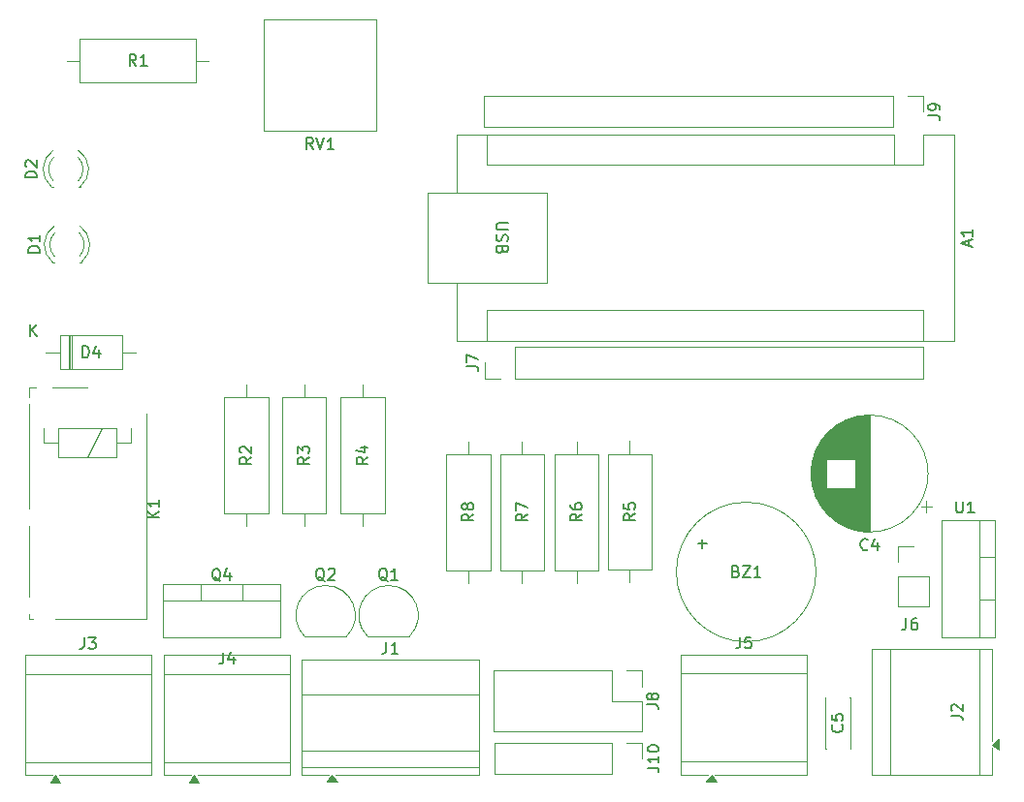
<source format=gbr>
%TF.GenerationSoftware,KiCad,Pcbnew,9.0.5*%
%TF.CreationDate,2025-11-29T23:19:38+05:30*%
%TF.ProjectId,from scrach,66726f6d-2073-4637-9261-63682e6b6963,rev?*%
%TF.SameCoordinates,Original*%
%TF.FileFunction,Legend,Top*%
%TF.FilePolarity,Positive*%
%FSLAX46Y46*%
G04 Gerber Fmt 4.6, Leading zero omitted, Abs format (unit mm)*
G04 Created by KiCad (PCBNEW 9.0.5) date 2025-11-29 23:19:38*
%MOMM*%
%LPD*%
G01*
G04 APERTURE LIST*
%ADD10C,0.150000*%
%ADD11C,0.120000*%
G04 APERTURE END LIST*
D10*
X125212507Y-91286181D02*
X125926792Y-91286181D01*
X125926792Y-91286181D02*
X126069649Y-91333800D01*
X126069649Y-91333800D02*
X126164888Y-91429038D01*
X126164888Y-91429038D02*
X126212507Y-91571895D01*
X126212507Y-91571895D02*
X126212507Y-91667133D01*
X126212507Y-90762371D02*
X126212507Y-90571895D01*
X126212507Y-90571895D02*
X126164888Y-90476657D01*
X126164888Y-90476657D02*
X126117268Y-90429038D01*
X126117268Y-90429038D02*
X125974411Y-90333800D01*
X125974411Y-90333800D02*
X125783935Y-90286181D01*
X125783935Y-90286181D02*
X125402983Y-90286181D01*
X125402983Y-90286181D02*
X125307745Y-90333800D01*
X125307745Y-90333800D02*
X125260126Y-90381419D01*
X125260126Y-90381419D02*
X125212507Y-90476657D01*
X125212507Y-90476657D02*
X125212507Y-90667133D01*
X125212507Y-90667133D02*
X125260126Y-90762371D01*
X125260126Y-90762371D02*
X125307745Y-90809990D01*
X125307745Y-90809990D02*
X125402983Y-90857609D01*
X125402983Y-90857609D02*
X125641078Y-90857609D01*
X125641078Y-90857609D02*
X125736316Y-90809990D01*
X125736316Y-90809990D02*
X125783935Y-90762371D01*
X125783935Y-90762371D02*
X125831554Y-90667133D01*
X125831554Y-90667133D02*
X125831554Y-90476657D01*
X125831554Y-90476657D02*
X125783935Y-90381419D01*
X125783935Y-90381419D02*
X125736316Y-90333800D01*
X125736316Y-90333800D02*
X125641078Y-90286181D01*
X47624819Y-103268094D02*
X46624819Y-103268094D01*
X46624819Y-103268094D02*
X46624819Y-103029999D01*
X46624819Y-103029999D02*
X46672438Y-102887142D01*
X46672438Y-102887142D02*
X46767676Y-102791904D01*
X46767676Y-102791904D02*
X46862914Y-102744285D01*
X46862914Y-102744285D02*
X47053390Y-102696666D01*
X47053390Y-102696666D02*
X47196247Y-102696666D01*
X47196247Y-102696666D02*
X47386723Y-102744285D01*
X47386723Y-102744285D02*
X47481961Y-102791904D01*
X47481961Y-102791904D02*
X47577200Y-102887142D01*
X47577200Y-102887142D02*
X47624819Y-103029999D01*
X47624819Y-103029999D02*
X47624819Y-103268094D01*
X47624819Y-101744285D02*
X47624819Y-102315713D01*
X47624819Y-102029999D02*
X46624819Y-102029999D01*
X46624819Y-102029999D02*
X46767676Y-102125237D01*
X46767676Y-102125237D02*
X46862914Y-102220475D01*
X46862914Y-102220475D02*
X46910533Y-102315713D01*
X123266666Y-135254819D02*
X123266666Y-135969104D01*
X123266666Y-135969104D02*
X123219047Y-136111961D01*
X123219047Y-136111961D02*
X123123809Y-136207200D01*
X123123809Y-136207200D02*
X122980952Y-136254819D01*
X122980952Y-136254819D02*
X122885714Y-136254819D01*
X124171428Y-135254819D02*
X123980952Y-135254819D01*
X123980952Y-135254819D02*
X123885714Y-135302438D01*
X123885714Y-135302438D02*
X123838095Y-135350057D01*
X123838095Y-135350057D02*
X123742857Y-135492914D01*
X123742857Y-135492914D02*
X123695238Y-135683390D01*
X123695238Y-135683390D02*
X123695238Y-136064342D01*
X123695238Y-136064342D02*
X123742857Y-136159580D01*
X123742857Y-136159580D02*
X123790476Y-136207200D01*
X123790476Y-136207200D02*
X123885714Y-136254819D01*
X123885714Y-136254819D02*
X124076190Y-136254819D01*
X124076190Y-136254819D02*
X124171428Y-136207200D01*
X124171428Y-136207200D02*
X124219047Y-136159580D01*
X124219047Y-136159580D02*
X124266666Y-136064342D01*
X124266666Y-136064342D02*
X124266666Y-135826247D01*
X124266666Y-135826247D02*
X124219047Y-135731009D01*
X124219047Y-135731009D02*
X124171428Y-135683390D01*
X124171428Y-135683390D02*
X124076190Y-135635771D01*
X124076190Y-135635771D02*
X123885714Y-135635771D01*
X123885714Y-135635771D02*
X123790476Y-135683390D01*
X123790476Y-135683390D02*
X123742857Y-135731009D01*
X123742857Y-135731009D02*
X123695238Y-135826247D01*
X56033333Y-86954819D02*
X55700000Y-86478628D01*
X55461905Y-86954819D02*
X55461905Y-85954819D01*
X55461905Y-85954819D02*
X55842857Y-85954819D01*
X55842857Y-85954819D02*
X55938095Y-86002438D01*
X55938095Y-86002438D02*
X55985714Y-86050057D01*
X55985714Y-86050057D02*
X56033333Y-86145295D01*
X56033333Y-86145295D02*
X56033333Y-86288152D01*
X56033333Y-86288152D02*
X55985714Y-86383390D01*
X55985714Y-86383390D02*
X55938095Y-86431009D01*
X55938095Y-86431009D02*
X55842857Y-86478628D01*
X55842857Y-86478628D02*
X55461905Y-86478628D01*
X56985714Y-86954819D02*
X56414286Y-86954819D01*
X56700000Y-86954819D02*
X56700000Y-85954819D01*
X56700000Y-85954819D02*
X56604762Y-86097676D01*
X56604762Y-86097676D02*
X56509524Y-86192914D01*
X56509524Y-86192914D02*
X56414286Y-86240533D01*
X51506666Y-136934819D02*
X51506666Y-137649104D01*
X51506666Y-137649104D02*
X51459047Y-137791961D01*
X51459047Y-137791961D02*
X51363809Y-137887200D01*
X51363809Y-137887200D02*
X51220952Y-137934819D01*
X51220952Y-137934819D02*
X51125714Y-137934819D01*
X51887619Y-136934819D02*
X52506666Y-136934819D01*
X52506666Y-136934819D02*
X52173333Y-137315771D01*
X52173333Y-137315771D02*
X52316190Y-137315771D01*
X52316190Y-137315771D02*
X52411428Y-137363390D01*
X52411428Y-137363390D02*
X52459047Y-137411009D01*
X52459047Y-137411009D02*
X52506666Y-137506247D01*
X52506666Y-137506247D02*
X52506666Y-137744342D01*
X52506666Y-137744342D02*
X52459047Y-137839580D01*
X52459047Y-137839580D02*
X52411428Y-137887200D01*
X52411428Y-137887200D02*
X52316190Y-137934819D01*
X52316190Y-137934819D02*
X52030476Y-137934819D01*
X52030476Y-137934819D02*
X51935238Y-137887200D01*
X51935238Y-137887200D02*
X51887619Y-137839580D01*
X85491250Y-126135300D02*
X85015059Y-126468633D01*
X85491250Y-126706728D02*
X84491250Y-126706728D01*
X84491250Y-126706728D02*
X84491250Y-126325776D01*
X84491250Y-126325776D02*
X84538869Y-126230538D01*
X84538869Y-126230538D02*
X84586488Y-126182919D01*
X84586488Y-126182919D02*
X84681726Y-126135300D01*
X84681726Y-126135300D02*
X84824583Y-126135300D01*
X84824583Y-126135300D02*
X84919821Y-126182919D01*
X84919821Y-126182919D02*
X84967440Y-126230538D01*
X84967440Y-126230538D02*
X85015059Y-126325776D01*
X85015059Y-126325776D02*
X85015059Y-126706728D01*
X84919821Y-125563871D02*
X84872202Y-125659109D01*
X84872202Y-125659109D02*
X84824583Y-125706728D01*
X84824583Y-125706728D02*
X84729345Y-125754347D01*
X84729345Y-125754347D02*
X84681726Y-125754347D01*
X84681726Y-125754347D02*
X84586488Y-125706728D01*
X84586488Y-125706728D02*
X84538869Y-125659109D01*
X84538869Y-125659109D02*
X84491250Y-125563871D01*
X84491250Y-125563871D02*
X84491250Y-125373395D01*
X84491250Y-125373395D02*
X84538869Y-125278157D01*
X84538869Y-125278157D02*
X84586488Y-125230538D01*
X84586488Y-125230538D02*
X84681726Y-125182919D01*
X84681726Y-125182919D02*
X84729345Y-125182919D01*
X84729345Y-125182919D02*
X84824583Y-125230538D01*
X84824583Y-125230538D02*
X84872202Y-125278157D01*
X84872202Y-125278157D02*
X84919821Y-125373395D01*
X84919821Y-125373395D02*
X84919821Y-125563871D01*
X84919821Y-125563871D02*
X84967440Y-125659109D01*
X84967440Y-125659109D02*
X85015059Y-125706728D01*
X85015059Y-125706728D02*
X85110297Y-125754347D01*
X85110297Y-125754347D02*
X85300773Y-125754347D01*
X85300773Y-125754347D02*
X85396011Y-125706728D01*
X85396011Y-125706728D02*
X85443631Y-125659109D01*
X85443631Y-125659109D02*
X85491250Y-125563871D01*
X85491250Y-125563871D02*
X85491250Y-125373395D01*
X85491250Y-125373395D02*
X85443631Y-125278157D01*
X85443631Y-125278157D02*
X85396011Y-125230538D01*
X85396011Y-125230538D02*
X85300773Y-125182919D01*
X85300773Y-125182919D02*
X85110297Y-125182919D01*
X85110297Y-125182919D02*
X85015059Y-125230538D01*
X85015059Y-125230538D02*
X84967440Y-125278157D01*
X84967440Y-125278157D02*
X84919821Y-125373395D01*
X66099030Y-121152026D02*
X65622839Y-121485359D01*
X66099030Y-121723454D02*
X65099030Y-121723454D01*
X65099030Y-121723454D02*
X65099030Y-121342502D01*
X65099030Y-121342502D02*
X65146649Y-121247264D01*
X65146649Y-121247264D02*
X65194268Y-121199645D01*
X65194268Y-121199645D02*
X65289506Y-121152026D01*
X65289506Y-121152026D02*
X65432363Y-121152026D01*
X65432363Y-121152026D02*
X65527601Y-121199645D01*
X65527601Y-121199645D02*
X65575220Y-121247264D01*
X65575220Y-121247264D02*
X65622839Y-121342502D01*
X65622839Y-121342502D02*
X65622839Y-121723454D01*
X65194268Y-120771073D02*
X65146649Y-120723454D01*
X65146649Y-120723454D02*
X65099030Y-120628216D01*
X65099030Y-120628216D02*
X65099030Y-120390121D01*
X65099030Y-120390121D02*
X65146649Y-120294883D01*
X65146649Y-120294883D02*
X65194268Y-120247264D01*
X65194268Y-120247264D02*
X65289506Y-120199645D01*
X65289506Y-120199645D02*
X65384744Y-120199645D01*
X65384744Y-120199645D02*
X65527601Y-120247264D01*
X65527601Y-120247264D02*
X66099030Y-120818692D01*
X66099030Y-120818692D02*
X66099030Y-120199645D01*
X94941250Y-126135300D02*
X94465059Y-126468633D01*
X94941250Y-126706728D02*
X93941250Y-126706728D01*
X93941250Y-126706728D02*
X93941250Y-126325776D01*
X93941250Y-126325776D02*
X93988869Y-126230538D01*
X93988869Y-126230538D02*
X94036488Y-126182919D01*
X94036488Y-126182919D02*
X94131726Y-126135300D01*
X94131726Y-126135300D02*
X94274583Y-126135300D01*
X94274583Y-126135300D02*
X94369821Y-126182919D01*
X94369821Y-126182919D02*
X94417440Y-126230538D01*
X94417440Y-126230538D02*
X94465059Y-126325776D01*
X94465059Y-126325776D02*
X94465059Y-126706728D01*
X93941250Y-125278157D02*
X93941250Y-125468633D01*
X93941250Y-125468633D02*
X93988869Y-125563871D01*
X93988869Y-125563871D02*
X94036488Y-125611490D01*
X94036488Y-125611490D02*
X94179345Y-125706728D01*
X94179345Y-125706728D02*
X94369821Y-125754347D01*
X94369821Y-125754347D02*
X94750773Y-125754347D01*
X94750773Y-125754347D02*
X94846011Y-125706728D01*
X94846011Y-125706728D02*
X94893631Y-125659109D01*
X94893631Y-125659109D02*
X94941250Y-125563871D01*
X94941250Y-125563871D02*
X94941250Y-125373395D01*
X94941250Y-125373395D02*
X94893631Y-125278157D01*
X94893631Y-125278157D02*
X94846011Y-125230538D01*
X94846011Y-125230538D02*
X94750773Y-125182919D01*
X94750773Y-125182919D02*
X94512678Y-125182919D01*
X94512678Y-125182919D02*
X94417440Y-125230538D01*
X94417440Y-125230538D02*
X94369821Y-125278157D01*
X94369821Y-125278157D02*
X94322202Y-125373395D01*
X94322202Y-125373395D02*
X94322202Y-125563871D01*
X94322202Y-125563871D02*
X94369821Y-125659109D01*
X94369821Y-125659109D02*
X94417440Y-125706728D01*
X94417440Y-125706728D02*
X94512678Y-125754347D01*
X76276003Y-121156511D02*
X75799812Y-121489844D01*
X76276003Y-121727939D02*
X75276003Y-121727939D01*
X75276003Y-121727939D02*
X75276003Y-121346987D01*
X75276003Y-121346987D02*
X75323622Y-121251749D01*
X75323622Y-121251749D02*
X75371241Y-121204130D01*
X75371241Y-121204130D02*
X75466479Y-121156511D01*
X75466479Y-121156511D02*
X75609336Y-121156511D01*
X75609336Y-121156511D02*
X75704574Y-121204130D01*
X75704574Y-121204130D02*
X75752193Y-121251749D01*
X75752193Y-121251749D02*
X75799812Y-121346987D01*
X75799812Y-121346987D02*
X75799812Y-121727939D01*
X75609336Y-120299368D02*
X76276003Y-120299368D01*
X75228384Y-120537463D02*
X75942669Y-120775558D01*
X75942669Y-120775558D02*
X75942669Y-120156511D01*
X108419047Y-131131009D02*
X108561904Y-131178628D01*
X108561904Y-131178628D02*
X108609523Y-131226247D01*
X108609523Y-131226247D02*
X108657142Y-131321485D01*
X108657142Y-131321485D02*
X108657142Y-131464342D01*
X108657142Y-131464342D02*
X108609523Y-131559580D01*
X108609523Y-131559580D02*
X108561904Y-131607200D01*
X108561904Y-131607200D02*
X108466666Y-131654819D01*
X108466666Y-131654819D02*
X108085714Y-131654819D01*
X108085714Y-131654819D02*
X108085714Y-130654819D01*
X108085714Y-130654819D02*
X108419047Y-130654819D01*
X108419047Y-130654819D02*
X108514285Y-130702438D01*
X108514285Y-130702438D02*
X108561904Y-130750057D01*
X108561904Y-130750057D02*
X108609523Y-130845295D01*
X108609523Y-130845295D02*
X108609523Y-130940533D01*
X108609523Y-130940533D02*
X108561904Y-131035771D01*
X108561904Y-131035771D02*
X108514285Y-131083390D01*
X108514285Y-131083390D02*
X108419047Y-131131009D01*
X108419047Y-131131009D02*
X108085714Y-131131009D01*
X108990476Y-130654819D02*
X109657142Y-130654819D01*
X109657142Y-130654819D02*
X108990476Y-131654819D01*
X108990476Y-131654819D02*
X109657142Y-131654819D01*
X110561904Y-131654819D02*
X109990476Y-131654819D01*
X110276190Y-131654819D02*
X110276190Y-130654819D01*
X110276190Y-130654819D02*
X110180952Y-130797676D01*
X110180952Y-130797676D02*
X110085714Y-130892914D01*
X110085714Y-130892914D02*
X109990476Y-130940533D01*
X105109048Y-128733866D02*
X105870953Y-128733866D01*
X105490000Y-129114819D02*
X105490000Y-128352914D01*
X100674819Y-148309523D02*
X101389104Y-148309523D01*
X101389104Y-148309523D02*
X101531961Y-148357142D01*
X101531961Y-148357142D02*
X101627200Y-148452380D01*
X101627200Y-148452380D02*
X101674819Y-148595237D01*
X101674819Y-148595237D02*
X101674819Y-148690475D01*
X101674819Y-147309523D02*
X101674819Y-147880951D01*
X101674819Y-147595237D02*
X100674819Y-147595237D01*
X100674819Y-147595237D02*
X100817676Y-147690475D01*
X100817676Y-147690475D02*
X100912914Y-147785713D01*
X100912914Y-147785713D02*
X100960533Y-147880951D01*
X100674819Y-146690475D02*
X100674819Y-146595237D01*
X100674819Y-146595237D02*
X100722438Y-146499999D01*
X100722438Y-146499999D02*
X100770057Y-146452380D01*
X100770057Y-146452380D02*
X100865295Y-146404761D01*
X100865295Y-146404761D02*
X101055771Y-146357142D01*
X101055771Y-146357142D02*
X101293866Y-146357142D01*
X101293866Y-146357142D02*
X101484342Y-146404761D01*
X101484342Y-146404761D02*
X101579580Y-146452380D01*
X101579580Y-146452380D02*
X101627200Y-146499999D01*
X101627200Y-146499999D02*
X101674819Y-146595237D01*
X101674819Y-146595237D02*
X101674819Y-146690475D01*
X101674819Y-146690475D02*
X101627200Y-146785713D01*
X101627200Y-146785713D02*
X101579580Y-146833332D01*
X101579580Y-146833332D02*
X101484342Y-146880951D01*
X101484342Y-146880951D02*
X101293866Y-146928570D01*
X101293866Y-146928570D02*
X101055771Y-146928570D01*
X101055771Y-146928570D02*
X100865295Y-146880951D01*
X100865295Y-146880951D02*
X100770057Y-146833332D01*
X100770057Y-146833332D02*
X100722438Y-146785713D01*
X100722438Y-146785713D02*
X100674819Y-146690475D01*
X58049819Y-126453094D02*
X57049819Y-126453094D01*
X58049819Y-125881666D02*
X57478390Y-126310237D01*
X57049819Y-125881666D02*
X57621247Y-126453094D01*
X58049819Y-124929285D02*
X58049819Y-125500713D01*
X58049819Y-125214999D02*
X57049819Y-125214999D01*
X57049819Y-125214999D02*
X57192676Y-125310237D01*
X57192676Y-125310237D02*
X57287914Y-125405475D01*
X57287914Y-125405475D02*
X57335533Y-125500713D01*
X127194819Y-143773333D02*
X127909104Y-143773333D01*
X127909104Y-143773333D02*
X128051961Y-143820952D01*
X128051961Y-143820952D02*
X128147200Y-143916190D01*
X128147200Y-143916190D02*
X128194819Y-144059047D01*
X128194819Y-144059047D02*
X128194819Y-144154285D01*
X127290057Y-143344761D02*
X127242438Y-143297142D01*
X127242438Y-143297142D02*
X127194819Y-143201904D01*
X127194819Y-143201904D02*
X127194819Y-142963809D01*
X127194819Y-142963809D02*
X127242438Y-142868571D01*
X127242438Y-142868571D02*
X127290057Y-142820952D01*
X127290057Y-142820952D02*
X127385295Y-142773333D01*
X127385295Y-142773333D02*
X127480533Y-142773333D01*
X127480533Y-142773333D02*
X127623390Y-142820952D01*
X127623390Y-142820952D02*
X128194819Y-143392380D01*
X128194819Y-143392380D02*
X128194819Y-142773333D01*
X71154819Y-121166666D02*
X70678628Y-121499999D01*
X71154819Y-121738094D02*
X70154819Y-121738094D01*
X70154819Y-121738094D02*
X70154819Y-121357142D01*
X70154819Y-121357142D02*
X70202438Y-121261904D01*
X70202438Y-121261904D02*
X70250057Y-121214285D01*
X70250057Y-121214285D02*
X70345295Y-121166666D01*
X70345295Y-121166666D02*
X70488152Y-121166666D01*
X70488152Y-121166666D02*
X70583390Y-121214285D01*
X70583390Y-121214285D02*
X70631009Y-121261904D01*
X70631009Y-121261904D02*
X70678628Y-121357142D01*
X70678628Y-121357142D02*
X70678628Y-121738094D01*
X70154819Y-120833332D02*
X70154819Y-120214285D01*
X70154819Y-120214285D02*
X70535771Y-120547618D01*
X70535771Y-120547618D02*
X70535771Y-120404761D01*
X70535771Y-120404761D02*
X70583390Y-120309523D01*
X70583390Y-120309523D02*
X70631009Y-120261904D01*
X70631009Y-120261904D02*
X70726247Y-120214285D01*
X70726247Y-120214285D02*
X70964342Y-120214285D01*
X70964342Y-120214285D02*
X71059580Y-120261904D01*
X71059580Y-120261904D02*
X71107200Y-120309523D01*
X71107200Y-120309523D02*
X71154819Y-120404761D01*
X71154819Y-120404761D02*
X71154819Y-120690475D01*
X71154819Y-120690475D02*
X71107200Y-120785713D01*
X71107200Y-120785713D02*
X71059580Y-120833332D01*
X128749104Y-102694285D02*
X128749104Y-102218095D01*
X129034819Y-102789523D02*
X128034819Y-102456190D01*
X128034819Y-102456190D02*
X129034819Y-102122857D01*
X129034819Y-101265714D02*
X129034819Y-101837142D01*
X129034819Y-101551428D02*
X128034819Y-101551428D01*
X128034819Y-101551428D02*
X128177676Y-101646666D01*
X128177676Y-101646666D02*
X128272914Y-101741904D01*
X128272914Y-101741904D02*
X128320533Y-101837142D01*
X88485180Y-100718095D02*
X87675657Y-100718095D01*
X87675657Y-100718095D02*
X87580419Y-100765714D01*
X87580419Y-100765714D02*
X87532800Y-100813333D01*
X87532800Y-100813333D02*
X87485180Y-100908571D01*
X87485180Y-100908571D02*
X87485180Y-101099047D01*
X87485180Y-101099047D02*
X87532800Y-101194285D01*
X87532800Y-101194285D02*
X87580419Y-101241904D01*
X87580419Y-101241904D02*
X87675657Y-101289523D01*
X87675657Y-101289523D02*
X88485180Y-101289523D01*
X87532800Y-101718095D02*
X87485180Y-101860952D01*
X87485180Y-101860952D02*
X87485180Y-102099047D01*
X87485180Y-102099047D02*
X87532800Y-102194285D01*
X87532800Y-102194285D02*
X87580419Y-102241904D01*
X87580419Y-102241904D02*
X87675657Y-102289523D01*
X87675657Y-102289523D02*
X87770895Y-102289523D01*
X87770895Y-102289523D02*
X87866133Y-102241904D01*
X87866133Y-102241904D02*
X87913752Y-102194285D01*
X87913752Y-102194285D02*
X87961371Y-102099047D01*
X87961371Y-102099047D02*
X88008990Y-101908571D01*
X88008990Y-101908571D02*
X88056609Y-101813333D01*
X88056609Y-101813333D02*
X88104228Y-101765714D01*
X88104228Y-101765714D02*
X88199466Y-101718095D01*
X88199466Y-101718095D02*
X88294704Y-101718095D01*
X88294704Y-101718095D02*
X88389942Y-101765714D01*
X88389942Y-101765714D02*
X88437561Y-101813333D01*
X88437561Y-101813333D02*
X88485180Y-101908571D01*
X88485180Y-101908571D02*
X88485180Y-102146666D01*
X88485180Y-102146666D02*
X88437561Y-102289523D01*
X88008990Y-103051428D02*
X87961371Y-103194285D01*
X87961371Y-103194285D02*
X87913752Y-103241904D01*
X87913752Y-103241904D02*
X87818514Y-103289523D01*
X87818514Y-103289523D02*
X87675657Y-103289523D01*
X87675657Y-103289523D02*
X87580419Y-103241904D01*
X87580419Y-103241904D02*
X87532800Y-103194285D01*
X87532800Y-103194285D02*
X87485180Y-103099047D01*
X87485180Y-103099047D02*
X87485180Y-102718095D01*
X87485180Y-102718095D02*
X88485180Y-102718095D01*
X88485180Y-102718095D02*
X88485180Y-103051428D01*
X88485180Y-103051428D02*
X88437561Y-103146666D01*
X88437561Y-103146666D02*
X88389942Y-103194285D01*
X88389942Y-103194285D02*
X88294704Y-103241904D01*
X88294704Y-103241904D02*
X88199466Y-103241904D01*
X88199466Y-103241904D02*
X88104228Y-103194285D01*
X88104228Y-103194285D02*
X88056609Y-103146666D01*
X88056609Y-103146666D02*
X88008990Y-103051428D01*
X88008990Y-103051428D02*
X88008990Y-102718095D01*
X108766666Y-136877319D02*
X108766666Y-137591604D01*
X108766666Y-137591604D02*
X108719047Y-137734461D01*
X108719047Y-137734461D02*
X108623809Y-137829700D01*
X108623809Y-137829700D02*
X108480952Y-137877319D01*
X108480952Y-137877319D02*
X108385714Y-137877319D01*
X109719047Y-136877319D02*
X109242857Y-136877319D01*
X109242857Y-136877319D02*
X109195238Y-137353509D01*
X109195238Y-137353509D02*
X109242857Y-137305890D01*
X109242857Y-137305890D02*
X109338095Y-137258271D01*
X109338095Y-137258271D02*
X109576190Y-137258271D01*
X109576190Y-137258271D02*
X109671428Y-137305890D01*
X109671428Y-137305890D02*
X109719047Y-137353509D01*
X109719047Y-137353509D02*
X109766666Y-137448747D01*
X109766666Y-137448747D02*
X109766666Y-137686842D01*
X109766666Y-137686842D02*
X109719047Y-137782080D01*
X109719047Y-137782080D02*
X109671428Y-137829700D01*
X109671428Y-137829700D02*
X109576190Y-137877319D01*
X109576190Y-137877319D02*
X109338095Y-137877319D01*
X109338095Y-137877319D02*
X109242857Y-137829700D01*
X109242857Y-137829700D02*
X109195238Y-137782080D01*
X99591250Y-126115300D02*
X99115059Y-126448633D01*
X99591250Y-126686728D02*
X98591250Y-126686728D01*
X98591250Y-126686728D02*
X98591250Y-126305776D01*
X98591250Y-126305776D02*
X98638869Y-126210538D01*
X98638869Y-126210538D02*
X98686488Y-126162919D01*
X98686488Y-126162919D02*
X98781726Y-126115300D01*
X98781726Y-126115300D02*
X98924583Y-126115300D01*
X98924583Y-126115300D02*
X99019821Y-126162919D01*
X99019821Y-126162919D02*
X99067440Y-126210538D01*
X99067440Y-126210538D02*
X99115059Y-126305776D01*
X99115059Y-126305776D02*
X99115059Y-126686728D01*
X98591250Y-125210538D02*
X98591250Y-125686728D01*
X98591250Y-125686728D02*
X99067440Y-125734347D01*
X99067440Y-125734347D02*
X99019821Y-125686728D01*
X99019821Y-125686728D02*
X98972202Y-125591490D01*
X98972202Y-125591490D02*
X98972202Y-125353395D01*
X98972202Y-125353395D02*
X99019821Y-125258157D01*
X99019821Y-125258157D02*
X99067440Y-125210538D01*
X99067440Y-125210538D02*
X99162678Y-125162919D01*
X99162678Y-125162919D02*
X99400773Y-125162919D01*
X99400773Y-125162919D02*
X99496011Y-125210538D01*
X99496011Y-125210538D02*
X99543631Y-125258157D01*
X99543631Y-125258157D02*
X99591250Y-125353395D01*
X99591250Y-125353395D02*
X99591250Y-125591490D01*
X99591250Y-125591490D02*
X99543631Y-125686728D01*
X99543631Y-125686728D02*
X99496011Y-125734347D01*
X84909345Y-113231484D02*
X85623630Y-113231484D01*
X85623630Y-113231484D02*
X85766487Y-113279103D01*
X85766487Y-113279103D02*
X85861726Y-113374341D01*
X85861726Y-113374341D02*
X85909345Y-113517198D01*
X85909345Y-113517198D02*
X85909345Y-113612436D01*
X84909345Y-112850531D02*
X84909345Y-112183865D01*
X84909345Y-112183865D02*
X85909345Y-112612436D01*
X90191250Y-126135300D02*
X89715059Y-126468633D01*
X90191250Y-126706728D02*
X89191250Y-126706728D01*
X89191250Y-126706728D02*
X89191250Y-126325776D01*
X89191250Y-126325776D02*
X89238869Y-126230538D01*
X89238869Y-126230538D02*
X89286488Y-126182919D01*
X89286488Y-126182919D02*
X89381726Y-126135300D01*
X89381726Y-126135300D02*
X89524583Y-126135300D01*
X89524583Y-126135300D02*
X89619821Y-126182919D01*
X89619821Y-126182919D02*
X89667440Y-126230538D01*
X89667440Y-126230538D02*
X89715059Y-126325776D01*
X89715059Y-126325776D02*
X89715059Y-126706728D01*
X89191250Y-125801966D02*
X89191250Y-125135300D01*
X89191250Y-125135300D02*
X90191250Y-125563871D01*
X77886666Y-137334819D02*
X77886666Y-138049104D01*
X77886666Y-138049104D02*
X77839047Y-138191961D01*
X77839047Y-138191961D02*
X77743809Y-138287200D01*
X77743809Y-138287200D02*
X77600952Y-138334819D01*
X77600952Y-138334819D02*
X77505714Y-138334819D01*
X78886666Y-138334819D02*
X78315238Y-138334819D01*
X78600952Y-138334819D02*
X78600952Y-137334819D01*
X78600952Y-137334819D02*
X78505714Y-137477676D01*
X78505714Y-137477676D02*
X78410476Y-137572914D01*
X78410476Y-137572914D02*
X78315238Y-137620533D01*
X47354819Y-96738094D02*
X46354819Y-96738094D01*
X46354819Y-96738094D02*
X46354819Y-96499999D01*
X46354819Y-96499999D02*
X46402438Y-96357142D01*
X46402438Y-96357142D02*
X46497676Y-96261904D01*
X46497676Y-96261904D02*
X46592914Y-96214285D01*
X46592914Y-96214285D02*
X46783390Y-96166666D01*
X46783390Y-96166666D02*
X46926247Y-96166666D01*
X46926247Y-96166666D02*
X47116723Y-96214285D01*
X47116723Y-96214285D02*
X47211961Y-96261904D01*
X47211961Y-96261904D02*
X47307200Y-96357142D01*
X47307200Y-96357142D02*
X47354819Y-96499999D01*
X47354819Y-96499999D02*
X47354819Y-96738094D01*
X46450057Y-95785713D02*
X46402438Y-95738094D01*
X46402438Y-95738094D02*
X46354819Y-95642856D01*
X46354819Y-95642856D02*
X46354819Y-95404761D01*
X46354819Y-95404761D02*
X46402438Y-95309523D01*
X46402438Y-95309523D02*
X46450057Y-95261904D01*
X46450057Y-95261904D02*
X46545295Y-95214285D01*
X46545295Y-95214285D02*
X46640533Y-95214285D01*
X46640533Y-95214285D02*
X46783390Y-95261904D01*
X46783390Y-95261904D02*
X47354819Y-95833332D01*
X47354819Y-95833332D02*
X47354819Y-95214285D01*
X51361905Y-112454819D02*
X51361905Y-111454819D01*
X51361905Y-111454819D02*
X51600000Y-111454819D01*
X51600000Y-111454819D02*
X51742857Y-111502438D01*
X51742857Y-111502438D02*
X51838095Y-111597676D01*
X51838095Y-111597676D02*
X51885714Y-111692914D01*
X51885714Y-111692914D02*
X51933333Y-111883390D01*
X51933333Y-111883390D02*
X51933333Y-112026247D01*
X51933333Y-112026247D02*
X51885714Y-112216723D01*
X51885714Y-112216723D02*
X51838095Y-112311961D01*
X51838095Y-112311961D02*
X51742857Y-112407200D01*
X51742857Y-112407200D02*
X51600000Y-112454819D01*
X51600000Y-112454819D02*
X51361905Y-112454819D01*
X52790476Y-111788152D02*
X52790476Y-112454819D01*
X52552381Y-111407200D02*
X52314286Y-112121485D01*
X52314286Y-112121485D02*
X52933333Y-112121485D01*
X46758095Y-110554819D02*
X46758095Y-109554819D01*
X47329523Y-110554819D02*
X46900952Y-109983390D01*
X47329523Y-109554819D02*
X46758095Y-110126247D01*
X100643279Y-142801217D02*
X101357564Y-142801217D01*
X101357564Y-142801217D02*
X101500421Y-142848836D01*
X101500421Y-142848836D02*
X101595660Y-142944074D01*
X101595660Y-142944074D02*
X101643279Y-143086931D01*
X101643279Y-143086931D02*
X101643279Y-143182169D01*
X101071850Y-142182169D02*
X101024231Y-142277407D01*
X101024231Y-142277407D02*
X100976612Y-142325026D01*
X100976612Y-142325026D02*
X100881374Y-142372645D01*
X100881374Y-142372645D02*
X100833755Y-142372645D01*
X100833755Y-142372645D02*
X100738517Y-142325026D01*
X100738517Y-142325026D02*
X100690898Y-142277407D01*
X100690898Y-142277407D02*
X100643279Y-142182169D01*
X100643279Y-142182169D02*
X100643279Y-141991693D01*
X100643279Y-141991693D02*
X100690898Y-141896455D01*
X100690898Y-141896455D02*
X100738517Y-141848836D01*
X100738517Y-141848836D02*
X100833755Y-141801217D01*
X100833755Y-141801217D02*
X100881374Y-141801217D01*
X100881374Y-141801217D02*
X100976612Y-141848836D01*
X100976612Y-141848836D02*
X101024231Y-141896455D01*
X101024231Y-141896455D02*
X101071850Y-141991693D01*
X101071850Y-141991693D02*
X101071850Y-142182169D01*
X101071850Y-142182169D02*
X101119469Y-142277407D01*
X101119469Y-142277407D02*
X101167088Y-142325026D01*
X101167088Y-142325026D02*
X101262326Y-142372645D01*
X101262326Y-142372645D02*
X101452802Y-142372645D01*
X101452802Y-142372645D02*
X101548040Y-142325026D01*
X101548040Y-142325026D02*
X101595660Y-142277407D01*
X101595660Y-142277407D02*
X101643279Y-142182169D01*
X101643279Y-142182169D02*
X101643279Y-141991693D01*
X101643279Y-141991693D02*
X101595660Y-141896455D01*
X101595660Y-141896455D02*
X101548040Y-141848836D01*
X101548040Y-141848836D02*
X101452802Y-141801217D01*
X101452802Y-141801217D02*
X101262326Y-141801217D01*
X101262326Y-141801217D02*
X101167088Y-141848836D01*
X101167088Y-141848836D02*
X101119469Y-141896455D01*
X101119469Y-141896455D02*
X101071850Y-141991693D01*
X72478972Y-131975417D02*
X72383734Y-131927798D01*
X72383734Y-131927798D02*
X72288496Y-131832560D01*
X72288496Y-131832560D02*
X72145639Y-131689702D01*
X72145639Y-131689702D02*
X72050401Y-131642083D01*
X72050401Y-131642083D02*
X71955163Y-131642083D01*
X72002782Y-131880179D02*
X71907544Y-131832560D01*
X71907544Y-131832560D02*
X71812306Y-131737321D01*
X71812306Y-131737321D02*
X71764687Y-131546845D01*
X71764687Y-131546845D02*
X71764687Y-131213512D01*
X71764687Y-131213512D02*
X71812306Y-131023036D01*
X71812306Y-131023036D02*
X71907544Y-130927798D01*
X71907544Y-130927798D02*
X72002782Y-130880179D01*
X72002782Y-130880179D02*
X72193258Y-130880179D01*
X72193258Y-130880179D02*
X72288496Y-130927798D01*
X72288496Y-130927798D02*
X72383734Y-131023036D01*
X72383734Y-131023036D02*
X72431353Y-131213512D01*
X72431353Y-131213512D02*
X72431353Y-131546845D01*
X72431353Y-131546845D02*
X72383734Y-131737321D01*
X72383734Y-131737321D02*
X72288496Y-131832560D01*
X72288496Y-131832560D02*
X72193258Y-131880179D01*
X72193258Y-131880179D02*
X72002782Y-131880179D01*
X72812306Y-130975417D02*
X72859925Y-130927798D01*
X72859925Y-130927798D02*
X72955163Y-130880179D01*
X72955163Y-130880179D02*
X73193258Y-130880179D01*
X73193258Y-130880179D02*
X73288496Y-130927798D01*
X73288496Y-130927798D02*
X73336115Y-130975417D01*
X73336115Y-130975417D02*
X73383734Y-131070655D01*
X73383734Y-131070655D02*
X73383734Y-131165893D01*
X73383734Y-131165893D02*
X73336115Y-131308750D01*
X73336115Y-131308750D02*
X72764687Y-131880179D01*
X72764687Y-131880179D02*
X73383734Y-131880179D01*
X127645595Y-125034819D02*
X127645595Y-125844342D01*
X127645595Y-125844342D02*
X127693214Y-125939580D01*
X127693214Y-125939580D02*
X127740833Y-125987200D01*
X127740833Y-125987200D02*
X127836071Y-126034819D01*
X127836071Y-126034819D02*
X128026547Y-126034819D01*
X128026547Y-126034819D02*
X128121785Y-125987200D01*
X128121785Y-125987200D02*
X128169404Y-125939580D01*
X128169404Y-125939580D02*
X128217023Y-125844342D01*
X128217023Y-125844342D02*
X128217023Y-125034819D01*
X129217023Y-126034819D02*
X128645595Y-126034819D01*
X128931309Y-126034819D02*
X128931309Y-125034819D01*
X128931309Y-125034819D02*
X128836071Y-125177676D01*
X128836071Y-125177676D02*
X128740833Y-125272914D01*
X128740833Y-125272914D02*
X128645595Y-125320533D01*
X63650877Y-138240179D02*
X63650877Y-138954464D01*
X63650877Y-138954464D02*
X63603258Y-139097321D01*
X63603258Y-139097321D02*
X63508020Y-139192560D01*
X63508020Y-139192560D02*
X63365163Y-139240179D01*
X63365163Y-139240179D02*
X63269925Y-139240179D01*
X64555639Y-138573512D02*
X64555639Y-139240179D01*
X64317544Y-138192560D02*
X64079449Y-138906845D01*
X64079449Y-138906845D02*
X64698496Y-138906845D01*
X117659580Y-144566666D02*
X117707200Y-144614285D01*
X117707200Y-144614285D02*
X117754819Y-144757142D01*
X117754819Y-144757142D02*
X117754819Y-144852380D01*
X117754819Y-144852380D02*
X117707200Y-144995237D01*
X117707200Y-144995237D02*
X117611961Y-145090475D01*
X117611961Y-145090475D02*
X117516723Y-145138094D01*
X117516723Y-145138094D02*
X117326247Y-145185713D01*
X117326247Y-145185713D02*
X117183390Y-145185713D01*
X117183390Y-145185713D02*
X116992914Y-145138094D01*
X116992914Y-145138094D02*
X116897676Y-145090475D01*
X116897676Y-145090475D02*
X116802438Y-144995237D01*
X116802438Y-144995237D02*
X116754819Y-144852380D01*
X116754819Y-144852380D02*
X116754819Y-144757142D01*
X116754819Y-144757142D02*
X116802438Y-144614285D01*
X116802438Y-144614285D02*
X116850057Y-144566666D01*
X116754819Y-143661904D02*
X116754819Y-144138094D01*
X116754819Y-144138094D02*
X117231009Y-144185713D01*
X117231009Y-144185713D02*
X117183390Y-144138094D01*
X117183390Y-144138094D02*
X117135771Y-144042856D01*
X117135771Y-144042856D02*
X117135771Y-143804761D01*
X117135771Y-143804761D02*
X117183390Y-143709523D01*
X117183390Y-143709523D02*
X117231009Y-143661904D01*
X117231009Y-143661904D02*
X117326247Y-143614285D01*
X117326247Y-143614285D02*
X117564342Y-143614285D01*
X117564342Y-143614285D02*
X117659580Y-143661904D01*
X117659580Y-143661904D02*
X117707200Y-143709523D01*
X117707200Y-143709523D02*
X117754819Y-143804761D01*
X117754819Y-143804761D02*
X117754819Y-144042856D01*
X117754819Y-144042856D02*
X117707200Y-144138094D01*
X117707200Y-144138094D02*
X117659580Y-144185713D01*
X71489761Y-94254819D02*
X71156428Y-93778628D01*
X70918333Y-94254819D02*
X70918333Y-93254819D01*
X70918333Y-93254819D02*
X71299285Y-93254819D01*
X71299285Y-93254819D02*
X71394523Y-93302438D01*
X71394523Y-93302438D02*
X71442142Y-93350057D01*
X71442142Y-93350057D02*
X71489761Y-93445295D01*
X71489761Y-93445295D02*
X71489761Y-93588152D01*
X71489761Y-93588152D02*
X71442142Y-93683390D01*
X71442142Y-93683390D02*
X71394523Y-93731009D01*
X71394523Y-93731009D02*
X71299285Y-93778628D01*
X71299285Y-93778628D02*
X70918333Y-93778628D01*
X71775476Y-93254819D02*
X72108809Y-94254819D01*
X72108809Y-94254819D02*
X72442142Y-93254819D01*
X73299285Y-94254819D02*
X72727857Y-94254819D01*
X73013571Y-94254819D02*
X73013571Y-93254819D01*
X73013571Y-93254819D02*
X72918333Y-93397676D01*
X72918333Y-93397676D02*
X72823095Y-93492914D01*
X72823095Y-93492914D02*
X72727857Y-93540533D01*
X119901010Y-129209580D02*
X119853391Y-129257200D01*
X119853391Y-129257200D02*
X119710534Y-129304819D01*
X119710534Y-129304819D02*
X119615296Y-129304819D01*
X119615296Y-129304819D02*
X119472439Y-129257200D01*
X119472439Y-129257200D02*
X119377201Y-129161961D01*
X119377201Y-129161961D02*
X119329582Y-129066723D01*
X119329582Y-129066723D02*
X119281963Y-128876247D01*
X119281963Y-128876247D02*
X119281963Y-128733390D01*
X119281963Y-128733390D02*
X119329582Y-128542914D01*
X119329582Y-128542914D02*
X119377201Y-128447676D01*
X119377201Y-128447676D02*
X119472439Y-128352438D01*
X119472439Y-128352438D02*
X119615296Y-128304819D01*
X119615296Y-128304819D02*
X119710534Y-128304819D01*
X119710534Y-128304819D02*
X119853391Y-128352438D01*
X119853391Y-128352438D02*
X119901010Y-128400057D01*
X120758153Y-128638152D02*
X120758153Y-129304819D01*
X120520058Y-128257200D02*
X120281963Y-128971485D01*
X120281963Y-128971485D02*
X120901010Y-128971485D01*
X63404761Y-132000057D02*
X63309523Y-131952438D01*
X63309523Y-131952438D02*
X63214285Y-131857200D01*
X63214285Y-131857200D02*
X63071428Y-131714342D01*
X63071428Y-131714342D02*
X62976190Y-131666723D01*
X62976190Y-131666723D02*
X62880952Y-131666723D01*
X62928571Y-131904819D02*
X62833333Y-131857200D01*
X62833333Y-131857200D02*
X62738095Y-131761961D01*
X62738095Y-131761961D02*
X62690476Y-131571485D01*
X62690476Y-131571485D02*
X62690476Y-131238152D01*
X62690476Y-131238152D02*
X62738095Y-131047676D01*
X62738095Y-131047676D02*
X62833333Y-130952438D01*
X62833333Y-130952438D02*
X62928571Y-130904819D01*
X62928571Y-130904819D02*
X63119047Y-130904819D01*
X63119047Y-130904819D02*
X63214285Y-130952438D01*
X63214285Y-130952438D02*
X63309523Y-131047676D01*
X63309523Y-131047676D02*
X63357142Y-131238152D01*
X63357142Y-131238152D02*
X63357142Y-131571485D01*
X63357142Y-131571485D02*
X63309523Y-131761961D01*
X63309523Y-131761961D02*
X63214285Y-131857200D01*
X63214285Y-131857200D02*
X63119047Y-131904819D01*
X63119047Y-131904819D02*
X62928571Y-131904819D01*
X64214285Y-131238152D02*
X64214285Y-131904819D01*
X63976190Y-130857200D02*
X63738095Y-131571485D01*
X63738095Y-131571485D02*
X64357142Y-131571485D01*
X77978972Y-131975417D02*
X77883734Y-131927798D01*
X77883734Y-131927798D02*
X77788496Y-131832560D01*
X77788496Y-131832560D02*
X77645639Y-131689702D01*
X77645639Y-131689702D02*
X77550401Y-131642083D01*
X77550401Y-131642083D02*
X77455163Y-131642083D01*
X77502782Y-131880179D02*
X77407544Y-131832560D01*
X77407544Y-131832560D02*
X77312306Y-131737321D01*
X77312306Y-131737321D02*
X77264687Y-131546845D01*
X77264687Y-131546845D02*
X77264687Y-131213512D01*
X77264687Y-131213512D02*
X77312306Y-131023036D01*
X77312306Y-131023036D02*
X77407544Y-130927798D01*
X77407544Y-130927798D02*
X77502782Y-130880179D01*
X77502782Y-130880179D02*
X77693258Y-130880179D01*
X77693258Y-130880179D02*
X77788496Y-130927798D01*
X77788496Y-130927798D02*
X77883734Y-131023036D01*
X77883734Y-131023036D02*
X77931353Y-131213512D01*
X77931353Y-131213512D02*
X77931353Y-131546845D01*
X77931353Y-131546845D02*
X77883734Y-131737321D01*
X77883734Y-131737321D02*
X77788496Y-131832560D01*
X77788496Y-131832560D02*
X77693258Y-131880179D01*
X77693258Y-131880179D02*
X77502782Y-131880179D01*
X78883734Y-131880179D02*
X78312306Y-131880179D01*
X78598020Y-131880179D02*
X78598020Y-130880179D01*
X78598020Y-130880179D02*
X78502782Y-131023036D01*
X78502782Y-131023036D02*
X78407544Y-131118274D01*
X78407544Y-131118274D02*
X78312306Y-131165893D01*
D11*
%TO.C,J9*%
X86437688Y-89572848D02*
X86437688Y-92332848D01*
X122107688Y-89572848D02*
X86437688Y-89572848D01*
X122107688Y-89572848D02*
X122107688Y-92332848D01*
X122107688Y-92332848D02*
X86437688Y-92332848D01*
X123377688Y-89572848D02*
X124757688Y-89572848D01*
X124757688Y-89572848D02*
X124757688Y-90952848D01*
%TO.C,D1*%
X48764000Y-104160000D02*
X48920000Y-104160000D01*
X51080000Y-104160000D02*
X51236000Y-104160000D01*
X48764484Y-104160000D02*
G75*
G02*
X48920000Y-100928563I1235516J1560000D01*
G01*
X48920000Y-103640961D02*
G75*
G02*
X48920000Y-101559039I1080000J1040961D01*
G01*
X51080000Y-100928563D02*
G75*
G02*
X51235516Y-104160000I-1080000J-1671437D01*
G01*
X51080000Y-101559039D02*
G75*
G02*
X51080000Y-103640961I-1080000J-1040961D01*
G01*
%TO.C,J6*%
X122520000Y-128945000D02*
X123900000Y-128945000D01*
X122520000Y-130325000D02*
X122520000Y-128945000D01*
X122520000Y-131595000D02*
X122520000Y-134245000D01*
X122520000Y-131595000D02*
X125280000Y-131595000D01*
X122520000Y-134245000D02*
X125280000Y-134245000D01*
X125280000Y-131595000D02*
X125280000Y-134245000D01*
%TO.C,R1*%
X50020000Y-86500000D02*
X51130000Y-86500000D01*
X62380000Y-86500000D02*
X61270000Y-86500000D01*
X61270000Y-88420000D02*
X51130000Y-88420000D01*
X51130000Y-84580000D01*
X61270000Y-84580000D01*
X61270000Y-88420000D01*
%TO.C,J3*%
X46340000Y-138480000D02*
X57340000Y-138480000D01*
X46340000Y-140100000D02*
X57340000Y-140100000D01*
X46340000Y-147850000D02*
X57340000Y-147850000D01*
X46340000Y-148970000D02*
X46340000Y-138480000D01*
X48700000Y-148970000D02*
X46340000Y-148970000D01*
X57340000Y-138480000D02*
X57340000Y-148970000D01*
X57340000Y-148970000D02*
X49300000Y-148970000D01*
X49440000Y-149580000D02*
X48560000Y-149580000D01*
X49000000Y-148970000D01*
X49440000Y-149580000D01*
G36*
X49440000Y-149580000D02*
G01*
X48560000Y-149580000D01*
X49000000Y-148970000D01*
X49440000Y-149580000D01*
G37*
%TO.C,R8*%
X85036431Y-119788634D02*
X85036431Y-120898634D01*
X85036431Y-132148634D02*
X85036431Y-131038634D01*
X86956431Y-120898634D02*
X83116431Y-120898634D01*
X83116431Y-131038634D01*
X86956431Y-131038634D01*
X86956431Y-120898634D01*
%TO.C,R2*%
X65644211Y-114805360D02*
X65644211Y-115915360D01*
X65644211Y-127165360D02*
X65644211Y-126055360D01*
X67564211Y-115915360D02*
X63724211Y-115915360D01*
X63724211Y-126055360D01*
X67564211Y-126055360D01*
X67564211Y-115915360D01*
%TO.C,R6*%
X94486431Y-119788634D02*
X94486431Y-120898634D01*
X94486431Y-132148634D02*
X94486431Y-131038634D01*
X96406431Y-120898634D02*
X92566431Y-120898634D01*
X92566431Y-131038634D01*
X96406431Y-131038634D01*
X96406431Y-120898634D01*
%TO.C,R4*%
X75821184Y-114809845D02*
X75821184Y-115919845D01*
X75821184Y-127169845D02*
X75821184Y-126059845D01*
X77741184Y-115919845D02*
X73901184Y-115919845D01*
X73901184Y-126059845D01*
X77741184Y-126059845D01*
X77741184Y-115919845D01*
%TO.C,BZ1*%
X115400000Y-131200000D02*
G75*
G02*
X103200000Y-131200000I-6100000J0D01*
G01*
X103200000Y-131200000D02*
G75*
G02*
X115400000Y-131200000I6100000J0D01*
G01*
%TO.C,J10*%
X87300000Y-146120000D02*
X87300000Y-148880000D01*
X97570000Y-146120000D02*
X87300000Y-146120000D01*
X97570000Y-146120000D02*
X97570000Y-148880000D01*
X97570000Y-148880000D02*
X87300000Y-148880000D01*
X98840000Y-146120000D02*
X100220000Y-146120000D01*
X100220000Y-146120000D02*
X100220000Y-147500000D01*
%TO.C,K1*%
X46675000Y-115885000D02*
X46675000Y-115045000D01*
X46675000Y-125675000D02*
X46675000Y-116544995D01*
X46675000Y-133375000D02*
X46675000Y-127145000D01*
X46675000Y-135285000D02*
X46675000Y-134845000D01*
X46675000Y-135285000D02*
X47045000Y-135285000D01*
X47305000Y-115045000D02*
X46675000Y-115045000D01*
X47995000Y-119925000D02*
X47995000Y-118655000D01*
X49245000Y-118655000D02*
X54325000Y-118655000D01*
X49245000Y-119925000D02*
X47995000Y-119925000D01*
X49245000Y-121195000D02*
X49245000Y-118655000D01*
X51795000Y-115045000D02*
X48695000Y-115045000D01*
X53055000Y-118655000D02*
X51785000Y-121195000D01*
X54325000Y-118655000D02*
X54325000Y-119925000D01*
X54325000Y-119925000D02*
X54325000Y-121195000D01*
X54325000Y-121195000D02*
X49245000Y-121195000D01*
X55595000Y-118655000D02*
X55595000Y-119925000D01*
X55595000Y-119925000D02*
X54325000Y-119925000D01*
X56915000Y-135285000D02*
X48955000Y-135285000D01*
X56915000Y-135285000D02*
X56915000Y-117324998D01*
%TO.C,J2*%
X120280000Y-137940000D02*
X130770000Y-137940000D01*
X120280000Y-148940000D02*
X120280000Y-137940000D01*
X121900000Y-148940000D02*
X121900000Y-137940000D01*
X129650000Y-148940000D02*
X129650000Y-137940000D01*
X130770000Y-137940000D02*
X130770000Y-145980000D01*
X130770000Y-146580000D02*
X130770000Y-148940000D01*
X130770000Y-148940000D02*
X120280000Y-148940000D01*
X131380000Y-146720000D02*
X130770000Y-146280000D01*
X131380000Y-145840000D01*
X131380000Y-146720000D01*
G36*
X131380000Y-146720000D02*
G01*
X130770000Y-146280000D01*
X131380000Y-145840000D01*
X131380000Y-146720000D01*
G37*
%TO.C,R3*%
X70700000Y-114820000D02*
X70700000Y-115930000D01*
X70700000Y-127180000D02*
X70700000Y-126070000D01*
X72620000Y-115930000D02*
X68780000Y-115930000D01*
X68780000Y-126070000D01*
X72620000Y-126070000D01*
X72620000Y-115930000D01*
%TO.C,A1*%
X81460000Y-98040000D02*
X91880000Y-98040000D01*
X81460000Y-105920000D02*
X81460000Y-98040000D01*
X84000000Y-92960000D02*
X84000000Y-98040000D01*
X84000000Y-111000000D02*
X84000000Y-105920000D01*
X84000000Y-111000000D02*
X127440000Y-111000000D01*
X86670000Y-95630000D02*
X86670000Y-92960000D01*
X86670000Y-108330000D02*
X86670000Y-111000000D01*
X91880000Y-98040000D02*
X91880000Y-105920000D01*
X91880000Y-105920000D02*
X81460000Y-105920000D01*
X122230000Y-92960000D02*
X84000000Y-92960000D01*
X122230000Y-95630000D02*
X86670000Y-95630000D01*
X122230000Y-95630000D02*
X122230000Y-92960000D01*
X122230000Y-95630000D02*
X124770000Y-95630000D01*
X124770000Y-95630000D02*
X124770000Y-92960000D01*
X124770000Y-108330000D02*
X86670000Y-108330000D01*
X124770000Y-108330000D02*
X124770000Y-111000000D01*
X127440000Y-92960000D02*
X124770000Y-92960000D01*
X127440000Y-111000000D02*
X127440000Y-92960000D01*
%TO.C,J5*%
X103600000Y-138422500D02*
X114600000Y-138422500D01*
X103600000Y-140042500D02*
X114600000Y-140042500D01*
X103600000Y-147792500D02*
X114600000Y-147792500D01*
X103600000Y-148912500D02*
X103600000Y-138422500D01*
X105960000Y-148912500D02*
X103600000Y-148912500D01*
X114600000Y-138422500D02*
X114600000Y-148912500D01*
X114600000Y-148912500D02*
X106560000Y-148912500D01*
X106700000Y-149522500D02*
X105820000Y-149522500D01*
X106260000Y-148912500D01*
X106700000Y-149522500D01*
G36*
X106700000Y-149522500D02*
G01*
X105820000Y-149522500D01*
X106260000Y-148912500D01*
X106700000Y-149522500D01*
G37*
%TO.C,R5*%
X99136431Y-119768634D02*
X99136431Y-120878634D01*
X99136431Y-132128634D02*
X99136431Y-131018634D01*
X101056431Y-120878634D02*
X97216431Y-120878634D01*
X97216431Y-131018634D01*
X101056431Y-131018634D01*
X101056431Y-120878634D01*
%TO.C,J7*%
X86454526Y-114278151D02*
X86454526Y-112898151D01*
X87834526Y-114278151D02*
X86454526Y-114278151D01*
X89104526Y-111518151D02*
X124774526Y-111518151D01*
X89104526Y-114278151D02*
X89104526Y-111518151D01*
X89104526Y-114278151D02*
X124774526Y-114278151D01*
X124774526Y-114278151D02*
X124774526Y-111518151D01*
%TO.C,R7*%
X89736431Y-119788634D02*
X89736431Y-120898634D01*
X89736431Y-132148634D02*
X89736431Y-131038634D01*
X91656431Y-120898634D02*
X87816431Y-120898634D01*
X87816431Y-131038634D01*
X91656431Y-131038634D01*
X91656431Y-120898634D01*
%TO.C,J1*%
X70480000Y-138880000D02*
X85960000Y-138880000D01*
X70480000Y-141900000D02*
X85960000Y-141900000D01*
X70480000Y-146800000D02*
X85960000Y-146800000D01*
X70480000Y-148300000D02*
X85960000Y-148300000D01*
X70480000Y-148920000D02*
X70480000Y-138880000D01*
X72840000Y-148920000D02*
X70480000Y-148920000D01*
X85960000Y-138880000D02*
X85960000Y-148920000D01*
X85960000Y-148920000D02*
X73440000Y-148920000D01*
X73580000Y-149530000D02*
X72700000Y-149530000D01*
X73140000Y-148920000D01*
X73580000Y-149530000D01*
G36*
X73580000Y-149530000D02*
G01*
X72700000Y-149530000D01*
X73140000Y-148920000D01*
X73580000Y-149530000D01*
G37*
%TO.C,D2*%
X48664000Y-97560000D02*
X48820000Y-97560000D01*
X50980000Y-97560000D02*
X51136000Y-97560000D01*
X48664484Y-97560000D02*
G75*
G02*
X48820000Y-94328563I1235516J1560000D01*
G01*
X48820000Y-97040961D02*
G75*
G02*
X48820000Y-94959039I1080000J1040961D01*
G01*
X50980000Y-94328563D02*
G75*
G02*
X51135516Y-97560000I-1080000J-1671437D01*
G01*
X50980000Y-94959039D02*
G75*
G02*
X50980000Y-97040961I-1080000J-1040961D01*
G01*
%TO.C,D4*%
X48160000Y-112000000D02*
X49380000Y-112000000D01*
X50160000Y-110530000D02*
X50160000Y-113470000D01*
X50280000Y-110530000D02*
X50280000Y-113470000D01*
X50400000Y-110530000D02*
X50400000Y-113470000D01*
X56040000Y-112000000D02*
X54820000Y-112000000D01*
X49380000Y-110530000D02*
X54820000Y-110530000D01*
X54820000Y-113470000D01*
X49380000Y-113470000D01*
X49380000Y-110530000D01*
%TO.C,J8*%
X87268460Y-139817884D02*
X87268460Y-145117884D01*
X97538460Y-139817884D02*
X87268460Y-139817884D01*
X97538460Y-139817884D02*
X97538460Y-142467884D01*
X97538460Y-142467884D02*
X100188460Y-142467884D01*
X98808460Y-139817884D02*
X100188460Y-139817884D01*
X100188460Y-139817884D02*
X100188460Y-141197884D01*
X100188460Y-142467884D02*
X100188460Y-145117884D01*
X100188460Y-145117884D02*
X87268460Y-145117884D01*
%TO.C,Q2*%
X70774211Y-136835360D02*
X74374211Y-136835360D01*
X70735733Y-136823838D02*
G75*
G02*
X72574211Y-132385359I1838478J1838478D01*
G01*
X72574211Y-132385360D02*
G75*
G02*
X74412689Y-136823838I0J-2600000D01*
G01*
%TO.C,U1*%
X126397500Y-126670000D02*
X131017500Y-126670000D01*
X126397500Y-136890000D02*
X126397500Y-126670000D01*
X129637500Y-126670000D02*
X129637500Y-136890000D01*
X131017500Y-126670000D02*
X131017500Y-136890000D01*
X131017500Y-129930000D02*
X129637500Y-129930000D01*
X131017500Y-133630000D02*
X129637500Y-133630000D01*
X131017500Y-136890000D02*
X126397500Y-136890000D01*
%TO.C,J4*%
X58440000Y-138480000D02*
X69440000Y-138480000D01*
X58440000Y-140100000D02*
X69440000Y-140100000D01*
X58440000Y-147850000D02*
X69440000Y-147850000D01*
X58440000Y-148970000D02*
X58440000Y-138480000D01*
X60800000Y-148970000D02*
X58440000Y-148970000D01*
X69440000Y-138480000D02*
X69440000Y-148970000D01*
X69440000Y-148970000D02*
X61400000Y-148970000D01*
X61540000Y-149580000D02*
X60660000Y-149580000D01*
X61100000Y-148970000D01*
X61540000Y-149580000D01*
G36*
X61540000Y-149580000D02*
G01*
X60660000Y-149580000D01*
X61100000Y-148970000D01*
X61540000Y-149580000D01*
G37*
%TO.C,C5*%
X116230000Y-146670000D02*
X116230000Y-142130000D01*
X116286000Y-146670000D02*
X116230000Y-146670000D01*
X118314000Y-142130000D02*
X118370000Y-142130000D01*
X118370000Y-142130000D02*
X118370000Y-146670000D01*
%TO.C,RV1*%
X67210000Y-82885000D02*
X76960000Y-82885000D01*
X67210000Y-92635000D02*
X67210000Y-82885000D01*
X76960000Y-82885000D02*
X76960000Y-92635000D01*
X76960000Y-92635000D02*
X67210000Y-92635000D01*
%TO.C,C4*%
X114987677Y-123199000D02*
X114987677Y-122001000D01*
X115027677Y-123462000D02*
X115027677Y-121738000D01*
X115067677Y-123662000D02*
X115067677Y-121538000D01*
X115107677Y-123830000D02*
X115107677Y-121370000D01*
X115147677Y-123977000D02*
X115147677Y-121223000D01*
X115187677Y-124109000D02*
X115187677Y-121091000D01*
X115227677Y-124230000D02*
X115227677Y-120970000D01*
X115267677Y-124342000D02*
X115267677Y-120858000D01*
X115307677Y-124446000D02*
X115307677Y-120754000D01*
X115347677Y-124544000D02*
X115347677Y-120656000D01*
X115387677Y-124637000D02*
X115387677Y-120563000D01*
X115427677Y-124724000D02*
X115427677Y-120476000D01*
X115467677Y-124808000D02*
X115467677Y-120392000D01*
X115507677Y-124888000D02*
X115507677Y-120312000D01*
X115547677Y-124965000D02*
X115547677Y-120235000D01*
X115587677Y-125039000D02*
X115587677Y-120161000D01*
X115627677Y-125110000D02*
X115627677Y-120090000D01*
X115667677Y-125178000D02*
X115667677Y-120022000D01*
X115707677Y-125244000D02*
X115707677Y-119956000D01*
X115747677Y-125308000D02*
X115747677Y-119892000D01*
X115787677Y-125370000D02*
X115787677Y-119830000D01*
X115827677Y-125430000D02*
X115827677Y-119770000D01*
X115867677Y-125488000D02*
X115867677Y-119712000D01*
X115907677Y-125545000D02*
X115907677Y-119655000D01*
X115947677Y-125600000D02*
X115947677Y-119600000D01*
X115987677Y-125653000D02*
X115987677Y-119547000D01*
X116027677Y-125705000D02*
X116027677Y-119495000D01*
X116067677Y-125756000D02*
X116067677Y-119444000D01*
X116107677Y-125805000D02*
X116107677Y-119395000D01*
X116147677Y-125854000D02*
X116147677Y-119346000D01*
X116187677Y-125901000D02*
X116187677Y-119299000D01*
X116227677Y-125947000D02*
X116227677Y-119253000D01*
X116267677Y-125991000D02*
X116267677Y-119209000D01*
X116307677Y-126035000D02*
X116307677Y-119165000D01*
X116347677Y-121360000D02*
X116347677Y-119122000D01*
X116347677Y-126078000D02*
X116347677Y-123840000D01*
X116387677Y-121360000D02*
X116387677Y-119080000D01*
X116387677Y-126120000D02*
X116387677Y-123840000D01*
X116427677Y-121360000D02*
X116427677Y-119039000D01*
X116427677Y-126161000D02*
X116427677Y-123840000D01*
X116467677Y-121360000D02*
X116467677Y-118999000D01*
X116467677Y-126201000D02*
X116467677Y-123840000D01*
X116507677Y-121360000D02*
X116507677Y-118960000D01*
X116507677Y-126240000D02*
X116507677Y-123840000D01*
X116547677Y-121360000D02*
X116547677Y-118922000D01*
X116547677Y-126278000D02*
X116547677Y-123840000D01*
X116587677Y-121360000D02*
X116587677Y-118884000D01*
X116587677Y-126316000D02*
X116587677Y-123840000D01*
X116627677Y-121360000D02*
X116627677Y-118848000D01*
X116627677Y-126352000D02*
X116627677Y-123840000D01*
X116667677Y-121360000D02*
X116667677Y-118812000D01*
X116667677Y-126388000D02*
X116667677Y-123840000D01*
X116707677Y-121360000D02*
X116707677Y-118777000D01*
X116707677Y-126423000D02*
X116707677Y-123840000D01*
X116747677Y-121360000D02*
X116747677Y-118742000D01*
X116747677Y-126458000D02*
X116747677Y-123840000D01*
X116787677Y-121360000D02*
X116787677Y-118709000D01*
X116787677Y-126491000D02*
X116787677Y-123840000D01*
X116827677Y-121360000D02*
X116827677Y-118676000D01*
X116827677Y-126524000D02*
X116827677Y-123840000D01*
X116867677Y-121360000D02*
X116867677Y-118643000D01*
X116867677Y-126557000D02*
X116867677Y-123840000D01*
X116907677Y-121360000D02*
X116907677Y-118612000D01*
X116907677Y-126588000D02*
X116907677Y-123840000D01*
X116947677Y-121360000D02*
X116947677Y-118580000D01*
X116947677Y-126620000D02*
X116947677Y-123840000D01*
X116987677Y-121360000D02*
X116987677Y-118550000D01*
X116987677Y-126650000D02*
X116987677Y-123840000D01*
X117027677Y-121360000D02*
X117027677Y-118520000D01*
X117027677Y-126680000D02*
X117027677Y-123840000D01*
X117067677Y-121360000D02*
X117067677Y-118491000D01*
X117067677Y-126709000D02*
X117067677Y-123840000D01*
X117107677Y-121360000D02*
X117107677Y-118462000D01*
X117107677Y-126738000D02*
X117107677Y-123840000D01*
X117147677Y-121360000D02*
X117147677Y-118434000D01*
X117147677Y-126766000D02*
X117147677Y-123840000D01*
X117187677Y-121360000D02*
X117187677Y-118407000D01*
X117187677Y-126793000D02*
X117187677Y-123840000D01*
X117227677Y-121360000D02*
X117227677Y-118380000D01*
X117227677Y-126820000D02*
X117227677Y-123840000D01*
X117267677Y-121360000D02*
X117267677Y-118353000D01*
X117267677Y-126847000D02*
X117267677Y-123840000D01*
X117307677Y-121360000D02*
X117307677Y-118328000D01*
X117307677Y-126872000D02*
X117307677Y-123840000D01*
X117347677Y-121360000D02*
X117347677Y-118302000D01*
X117347677Y-126898000D02*
X117347677Y-123840000D01*
X117387677Y-121360000D02*
X117387677Y-118277000D01*
X117387677Y-126923000D02*
X117387677Y-123840000D01*
X117427677Y-121360000D02*
X117427677Y-118253000D01*
X117427677Y-126947000D02*
X117427677Y-123840000D01*
X117467677Y-121360000D02*
X117467677Y-118229000D01*
X117467677Y-126971000D02*
X117467677Y-123840000D01*
X117507677Y-121360000D02*
X117507677Y-118206000D01*
X117507677Y-126994000D02*
X117507677Y-123840000D01*
X117547677Y-121360000D02*
X117547677Y-118183000D01*
X117547677Y-127017000D02*
X117547677Y-123840000D01*
X117587677Y-121360000D02*
X117587677Y-118161000D01*
X117587677Y-127039000D02*
X117587677Y-123840000D01*
X117627677Y-121360000D02*
X117627677Y-118139000D01*
X117627677Y-127061000D02*
X117627677Y-123840000D01*
X117667677Y-121360000D02*
X117667677Y-118117000D01*
X117667677Y-127083000D02*
X117667677Y-123840000D01*
X117707677Y-121360000D02*
X117707677Y-118096000D01*
X117707677Y-127104000D02*
X117707677Y-123840000D01*
X117747677Y-121360000D02*
X117747677Y-118076000D01*
X117747677Y-127124000D02*
X117747677Y-123840000D01*
X117787677Y-121360000D02*
X117787677Y-118056000D01*
X117787677Y-127144000D02*
X117787677Y-123840000D01*
X117827677Y-121360000D02*
X117827677Y-118036000D01*
X117827677Y-127164000D02*
X117827677Y-123840000D01*
X117867677Y-121360000D02*
X117867677Y-118017000D01*
X117867677Y-127183000D02*
X117867677Y-123840000D01*
X117907677Y-121360000D02*
X117907677Y-117998000D01*
X117907677Y-127202000D02*
X117907677Y-123840000D01*
X117947677Y-121360000D02*
X117947677Y-117980000D01*
X117947677Y-127220000D02*
X117947677Y-123840000D01*
X117987677Y-121360000D02*
X117987677Y-117962000D01*
X117987677Y-127238000D02*
X117987677Y-123840000D01*
X118027677Y-121360000D02*
X118027677Y-117944000D01*
X118027677Y-127256000D02*
X118027677Y-123840000D01*
X118067677Y-121360000D02*
X118067677Y-117927000D01*
X118067677Y-127273000D02*
X118067677Y-123840000D01*
X118107677Y-121360000D02*
X118107677Y-117910000D01*
X118107677Y-127290000D02*
X118107677Y-123840000D01*
X118147677Y-121360000D02*
X118147677Y-117894000D01*
X118147677Y-127306000D02*
X118147677Y-123840000D01*
X118187677Y-121360000D02*
X118187677Y-117878000D01*
X118187677Y-127322000D02*
X118187677Y-123840000D01*
X118227677Y-121360000D02*
X118227677Y-117862000D01*
X118227677Y-127338000D02*
X118227677Y-123840000D01*
X118267677Y-121360000D02*
X118267677Y-117847000D01*
X118267677Y-127353000D02*
X118267677Y-123840000D01*
X118307677Y-121360000D02*
X118307677Y-117832000D01*
X118307677Y-127368000D02*
X118307677Y-123840000D01*
X118347677Y-121360000D02*
X118347677Y-117818000D01*
X118347677Y-127382000D02*
X118347677Y-123840000D01*
X118387677Y-121360000D02*
X118387677Y-117803000D01*
X118387677Y-127397000D02*
X118387677Y-123840000D01*
X118427677Y-121360000D02*
X118427677Y-117790000D01*
X118427677Y-127410000D02*
X118427677Y-123840000D01*
X118467677Y-121360000D02*
X118467677Y-117776000D01*
X118467677Y-127424000D02*
X118467677Y-123840000D01*
X118507677Y-121360000D02*
X118507677Y-117763000D01*
X118507677Y-127437000D02*
X118507677Y-123840000D01*
X118547677Y-121360000D02*
X118547677Y-117751000D01*
X118547677Y-127449000D02*
X118547677Y-123840000D01*
X118587677Y-121360000D02*
X118587677Y-117739000D01*
X118587677Y-127461000D02*
X118587677Y-123840000D01*
X118627677Y-121360000D02*
X118627677Y-117727000D01*
X118627677Y-127473000D02*
X118627677Y-123840000D01*
X118667677Y-121360000D02*
X118667677Y-117715000D01*
X118667677Y-127485000D02*
X118667677Y-123840000D01*
X118707677Y-121360000D02*
X118707677Y-117704000D01*
X118707677Y-127496000D02*
X118707677Y-123840000D01*
X118747677Y-121360000D02*
X118747677Y-117693000D01*
X118747677Y-127507000D02*
X118747677Y-123840000D01*
X118787677Y-121360000D02*
X118787677Y-117683000D01*
X118787677Y-127517000D02*
X118787677Y-123840000D01*
X118827677Y-127528000D02*
X118827677Y-117672000D01*
X118867677Y-127537000D02*
X118867677Y-117663000D01*
X118907677Y-127547000D02*
X118907677Y-117653000D01*
X118947677Y-127556000D02*
X118947677Y-117644000D01*
X118987677Y-127565000D02*
X118987677Y-117635000D01*
X119027677Y-127573000D02*
X119027677Y-117627000D01*
X119067677Y-127581000D02*
X119067677Y-117619000D01*
X119107677Y-127589000D02*
X119107677Y-117611000D01*
X119147677Y-127597000D02*
X119147677Y-117603000D01*
X119187677Y-127604000D02*
X119187677Y-117596000D01*
X119227677Y-127611000D02*
X119227677Y-117589000D01*
X119267677Y-127617000D02*
X119267677Y-117583000D01*
X119307677Y-127623000D02*
X119307677Y-117577000D01*
X119347677Y-127629000D02*
X119347677Y-117571000D01*
X119387677Y-127635000D02*
X119387677Y-117565000D01*
X119427677Y-127640000D02*
X119427677Y-117560000D01*
X119467677Y-127645000D02*
X119467677Y-117555000D01*
X119507677Y-127649000D02*
X119507677Y-117551000D01*
X119547677Y-127654000D02*
X119547677Y-117546000D01*
X119587677Y-127657000D02*
X119587677Y-117543000D01*
X119627677Y-127661000D02*
X119627677Y-117539000D01*
X119667677Y-127664000D02*
X119667677Y-117536000D01*
X119707677Y-127667000D02*
X119707677Y-117533000D01*
X119747677Y-127670000D02*
X119747677Y-117530000D01*
X119787677Y-127672000D02*
X119787677Y-117528000D01*
X119827677Y-127674000D02*
X119827677Y-117526000D01*
X119867677Y-127676000D02*
X119867677Y-117524000D01*
X119907677Y-127677000D02*
X119907677Y-117523000D01*
X119947677Y-127679000D02*
X119947677Y-117521000D01*
X119987677Y-127679000D02*
X119987677Y-117521000D01*
X120027677Y-127680000D02*
X120027677Y-117520000D01*
X120067677Y-127680000D02*
X120067677Y-117520000D01*
X125047323Y-125975000D02*
X125047323Y-124975000D01*
X125547323Y-125475000D02*
X124547323Y-125475000D01*
X125187677Y-122600000D02*
G75*
G02*
X114947677Y-122600000I-5120000J0D01*
G01*
X114947677Y-122600000D02*
G75*
G02*
X125187677Y-122600000I5120000J0D01*
G01*
%TO.C,Q4*%
X58390000Y-132290000D02*
X68610000Y-132290000D01*
X58390000Y-133670000D02*
X68610000Y-133670000D01*
X58390000Y-136910000D02*
X58390000Y-132290000D01*
X61650000Y-132290000D02*
X61650000Y-133670000D01*
X65350000Y-132290000D02*
X65350000Y-133670000D01*
X68610000Y-132290000D02*
X68610000Y-136910000D01*
X68610000Y-136910000D02*
X58390000Y-136910000D01*
%TO.C,Q1*%
X76274211Y-136835360D02*
X79874211Y-136835360D01*
X76235733Y-136823838D02*
G75*
G02*
X78074211Y-132385359I1838478J1838478D01*
G01*
X78074211Y-132385360D02*
G75*
G02*
X79912689Y-136823838I0J-2600000D01*
G01*
%TD*%
M02*

</source>
